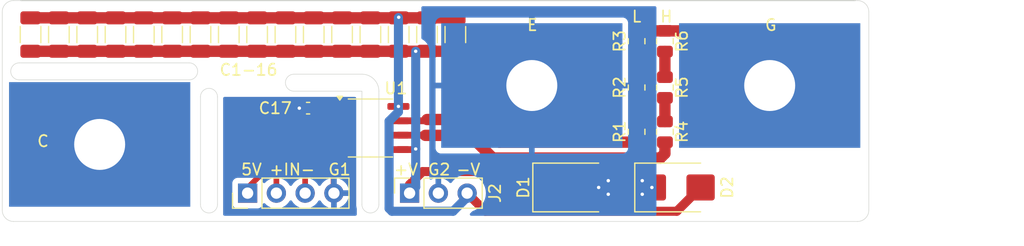
<source format=kicad_pcb>
(kicad_pcb (version 20240108) (generator "pcbnew") (generator_version "8.0")
  (layers (0 "F.Cu" signal) (31 "B.Cu" signal) (34 "B.Paste" user) (35 "F.Paste" user) (36 "B.SilkS" user "B.Silkscreen") (37 "F.SilkS" user "F.Silkscreen") (38 "B.Mask" user) (39 "F.Mask" user) (44 "Edge.Cuts" user))
  (net 0 "")
  (net 1 "+15V")
  (net 2 "GND")
  (net 3 "Net-(IGBT1-Pad2)")
  (net 4 "Net-(J1-Pin_3)")
  (net 5 "VCC1")
  (net 6 "G1")
  (net 7 "Net-(J1-Pin_2)")
  (net 8 "Net-(U1-OUTL)")
  (net 9 "Net-(R1-Pad2)")
  (net 10 "Net-(R2-Pad2)")
  (net 11 "Net-(R4-Pad2)")
  (net 12 "Net-(U1-OUTH)")
  (net 13 "Net-(R5-Pad2)")
  (net 15 "-15V")
  (footprint "Capacitor_SMD:C_1206_3216Metric" (layer "F.Cu") (at 91.5 82.5 -90)
    (property "Reference" "C14" (hide yes))
    (property "Value" "10uF")
    (fp_line (start -0.711252 0.91) (end 0.711252 0.91) (stroke (width 0.12)) (layer "F.SilkS"))
    (fp_line (start -0.711252 -0.91) (end 0.711252 -0.91) (stroke (width 0.12)) (layer "F.SilkS"))
    (pad "1" smd roundrect (at -1.475 0 270) (size 1.15 1.8) (layers "F.Cu" "F.Paste" "F.Mask") (roundrect_rratio 0.217391) (net 15 "-15V"))
    (pad "2" smd roundrect (at 1.475 0 270) (size 1.15 1.8) (layers "F.Cu" "F.Paste" "F.Mask") (roundrect_rratio 0.217391) (net 1 "+15V"))
  )
  (footprint "Resistor_SMD:R_0805_2012Metric" (layer "F.Cu") (at 145 91.0875 90)
    (property "Reference" "R4" (at 0 1.5 -90) (layer "F.SilkS"))
    (property "Value" "1")
    (fp_line (start -0.227064 -0.735) (end 0.227064 -0.735) (stroke (width 0.12)) (layer "F.SilkS"))
    (fp_line (start -0.227064 0.735) (end 0.227064 0.735) (stroke (width 0.12)) (layer "F.SilkS"))
    (pad "1" smd roundrect (at -0.9125 0 90) (size 1.025 1.4) (layers "F.Cu" "F.Paste" "F.Mask") (roundrect_rratio 0.243902) (net 12 "Net-(U1-OUTH)"))
    (pad "2" smd roundrect (at 0.9125 0 90) (size 1.025 1.4) (layers "F.Cu" "F.Paste" "F.Mask") (roundrect_rratio 0.243902) (net 11 "Net-(R4-Pad2)"))
  )
  (footprint "Capacitor_SMD:C_1206_3216Metric" (layer "F.Cu") (at 99 82.5 -90)
    (property "Reference" "C12" (hide yes))
    (property "Value" "10uF")
    (fp_line (start -0.711252 0.91) (end 0.711252 0.91) (stroke (width 0.12)) (layer "F.SilkS"))
    (fp_line (start -0.711252 -0.91) (end 0.711252 -0.91) (stroke (width 0.12)) (layer "F.SilkS"))
    (pad "1" smd roundrect (at -1.475 0 270) (size 1.15 1.8) (layers "F.Cu" "F.Paste" "F.Mask") (roundrect_rratio 0.217391) (net 15 "-15V"))
    (pad "2" smd roundrect (at 1.475 0 270) (size 1.15 1.8) (layers "F.Cu" "F.Paste" "F.Mask") (roundrect_rratio 0.217391) (net 1 "+15V"))
  )
  (footprint "Capacitor_SMD:C_1206_3216Metric" (layer "F.Cu") (at 106.5 82.5 -90)
    (property "Reference" "C9" (hide yes))
    (property "Value" "10uF")
    (fp_line (start -0.711252 0.91) (end 0.711252 0.91) (stroke (width 0.12)) (layer "F.SilkS"))
    (fp_line (start -0.711252 -0.91) (end 0.711252 -0.91) (stroke (width 0.12)) (layer "F.SilkS"))
    (pad "1" smd roundrect (at -1.475 0 270) (size 1.15 1.8) (layers "F.Cu" "F.Paste" "F.Mask") (roundrect_rratio 0.217391) (net 15 "-15V"))
    (pad "2" smd roundrect (at 1.475 0 270) (size 1.15 1.8) (layers "F.Cu" "F.Paste" "F.Mask") (roundrect_rratio 0.217391) (net 1 "+15V"))
  )
  (footprint "Capacitor_SMD:C_1206_3216Metric" (layer "F.Cu") (at 104 82.5 -90)
    (property "Reference" "C10" (hide yes))
    (property "Value" "10uF")
    (fp_line (start -0.711252 0.91) (end 0.711252 0.91) (stroke (width 0.12)) (layer "F.SilkS"))
    (fp_line (start -0.711252 -0.91) (end 0.711252 -0.91) (stroke (width 0.12)) (layer "F.SilkS"))
    (pad "1" smd roundrect (at -1.475 0 270) (size 1.15 1.8) (layers "F.Cu" "F.Paste" "F.Mask") (roundrect_rratio 0.217391) (net 15 "-15V"))
    (pad "2" smd roundrect (at 1.475 0 270) (size 1.15 1.8) (layers "F.Cu" "F.Paste" "F.Mask") (roundrect_rratio 0.217391) (net 1 "+15V"))
  )
  (footprint "Diode_SMD:D_SMB" (layer "F.Cu") (at 146 96)
    (property "Reference" "D2" (at 4.5 0 90) (layer "F.SilkS"))
    (property "Value" "CZRB5357B-HF")
    (fp_line (start -3.66 -2.15) (end -3.66 2.15) (stroke (width 0.12)) (layer "F.SilkS"))
    (fp_line (start -3.66 -2.15) (end 2.15 -2.15) (stroke (width 0.12)) (layer "F.SilkS"))
    (fp_line (start -3.66 2.15) (end 2.15 2.15) (stroke (width 0.12)) (layer "F.SilkS"))
    (pad "1" smd roundrect (at -2.15 0) (size 2.5 2.3) (layers "F.Cu" "F.Paste" "F.Mask") (roundrect_rratio 0.1086956522) (net 2 "GND"))
    (pad "2" smd roundrect (at 2.15 0) (size 2.5 2.3) (layers "F.Cu" "F.Paste" "F.Mask") (roundrect_rratio 0.1086956522) (net 15 "-15V"))
  )
  (footprint "Resistor_SMD:R_0805_2012Metric" (layer "F.Cu") (at 145 83.0875 90)
    (property "Reference" "R6" (at 0 1.5 -90) (layer "F.SilkS"))
    (property "Value" "0.01")
    (fp_line (start -0.227064 -0.735) (end 0.227064 -0.735) (stroke (width 0.12)) (layer "F.SilkS"))
    (fp_line (start -0.227064 0.735) (end 0.227064 0.735) (stroke (width 0.12)) (layer "F.SilkS"))
    (pad "1" smd roundrect (at -0.9125 0 90) (size 1.025 1.4) (layers "F.Cu" "F.Paste" "F.Mask") (roundrect_rratio 0.243902) (net 13 "Net-(R5-Pad2)"))
    (pad "2" smd roundrect (at 0.9125 0 90) (size 1.025 1.4) (layers "F.Cu" "F.Paste" "F.Mask") (roundrect_rratio 0.243902) (net 3 "Net-(IGBT1-Pad2)"))
  )
  (footprint "Capacitor_SMD:C_1206_3216Metric" (layer "F.Cu") (at 121.5 82.5 -90)
    (property "Reference" "C3" (hide yes))
    (property "Value" "10uF")
    (fp_line (start -0.711252 0.91) (end 0.711252 0.91) (stroke (width 0.12)) (layer "F.SilkS"))
    (fp_line (start -0.711252 -0.91) (end 0.711252 -0.91) (stroke (width 0.12)) (layer "F.SilkS"))
    (pad "1" smd roundrect (at -1.475 0 270) (size 1.15 1.8) (layers "F.Cu" "F.Paste" "F.Mask") (roundrect_rratio 0.217391) (net 15 "-15V"))
    (pad "2" smd roundrect (at 1.475 0 270) (size 1.15 1.8) (layers "F.Cu" "F.Paste" "F.Mask") (roundrect_rratio 0.217391) (net 1 "+15V"))
  )
  (footprint "Capacitor_SMD:C_1206_3216Metric" (layer "F.Cu") (at 114 82.5 -90)
    (property "Reference" "C6" (hide yes))
    (property "Value" "10uF")
    (fp_line (start -0.711252 0.91) (end 0.711252 0.91) (stroke (width 0.12)) (layer "F.SilkS"))
    (fp_line (start -0.711252 -0.91) (end 0.711252 -0.91) (stroke (width 0.12)) (layer "F.SilkS"))
    (pad "1" smd roundrect (at -1.475 0 270) (size 1.15 1.8) (layers "F.Cu" "F.Paste" "F.Mask") (roundrect_rratio 0.217391) (net 15 "-15V"))
    (pad "2" smd roundrect (at 1.475 0 270) (size 1.15 1.8) (layers "F.Cu" "F.Paste" "F.Mask") (roundrect_rratio 0.217391) (net 1 "+15V"))
  )
  (footprint "Capacitor_SMD:C_1206_3216Metric" (layer "F.Cu") (at 124 82.5 -90)
    (property "Reference" "C2" (hide yes))
    (property "Value" "10uF")
    (fp_line (start -0.711252 0.91) (end 0.711252 0.91) (stroke (width 0.12)) (layer "F.SilkS"))
    (fp_line (start -0.711252 -0.91) (end 0.711252 -0.91) (stroke (width 0.12)) (layer "F.SilkS"))
    (pad "1" smd roundrect (at -1.475 0 270) (size 1.15 1.8) (layers "F.Cu" "F.Paste" "F.Mask") (roundrect_rratio 0.217391) (net 15 "-15V"))
    (pad "2" smd roundrect (at 1.475 0 270) (size 1.15 1.8) (layers "F.Cu" "F.Paste" "F.Mask") (roundrect_rratio 0.217391) (net 1 "+15V"))
  )
  (footprint "Diode_SMD:D_SMB" (layer "F.Cu") (at 137 96)
    (property "Reference" "D1" (at -4.5 0 90) (layer "F.SilkS"))
    (property "Value" "CZRB5357B-HF")
    (fp_line (start -3.66 -2.15) (end -3.66 2.15) (stroke (width 0.12)) (layer "F.SilkS"))
    (fp_line (start -3.66 -2.15) (end 2.15 -2.15) (stroke (width 0.12)) (layer "F.SilkS"))
    (fp_line (start -3.66 2.15) (end 2.15 2.15) (stroke (width 0.12)) (layer "F.SilkS"))
    (pad "1" smd roundrect (at -2.15 0) (size 2.5 2.3) (layers "F.Cu" "F.Paste" "F.Mask") (roundrect_rratio 0.1086956522) (net 1 "+15V"))
    (pad "2" smd roundrect (at 2.15 0) (size 2.5 2.3) (layers "F.Cu" "F.Paste" "F.Mask") (roundrect_rratio 0.1086956522) (net 2 "GND"))
  )
  (footprint "Capacitor_SMD:C_1206_3216Metric" (layer "F.Cu") (at 119 82.5 -90)
    (property "Reference" "C4" (hide yes))
    (property "Value" "10uF")
    (fp_line (start -0.711252 0.91) (end 0.711252 0.91) (stroke (width 0.12)) (layer "F.SilkS"))
    (fp_line (start -0.711252 -0.91) (end 0.711252 -0.91) (stroke (width 0.12)) (layer "F.SilkS"))
    (pad "1" smd roundrect (at -1.475 0 270) (size 1.15 1.8) (layers "F.Cu" "F.Paste" "F.Mask") (roundrect_rratio 0.217391) (net 15 "-15V"))
    (pad "2" smd roundrect (at 1.475 0 270) (size 1.15 1.8) (layers "F.Cu" "F.Paste" "F.Mask") (roundrect_rratio 0.217391) (net 1 "+15V"))
  )
  (footprint "Resistor_SMD:R_0805_2012Metric" (layer "F.Cu") (at 142.5 87.175 90)
    (property "Reference" "R2" (at 0 -1.5 -90) (layer "F.SilkS"))
    (property "Value" "0.1")
    (fp_line (start -0.227064 -0.735) (end 0.227064 -0.735) (stroke (width 0.12)) (layer "F.SilkS"))
    (fp_line (start -0.227064 0.735) (end 0.227064 0.735) (stroke (width 0.12)) (layer "F.SilkS"))
    (pad "1" smd roundrect (at -0.9125 0 90) (size 1.025 1.4) (layers "F.Cu" "F.Paste" "F.Mask") (roundrect_rratio 0.243902) (net 9 "Net-(R1-Pad2)"))
    (pad "2" smd roundrect (at 0.9125 0 90) (size 1.025 1.4) (layers "F.Cu" "F.Paste" "F.Mask") (roundrect_rratio 0.243902) (net 10 "Net-(R2-Pad2)"))
  )
  (footprint "Capacitor_SMD:C_1206_3216Metric" (layer "F.Cu") (at 89 82.5 -90)
    (property "Reference" "C15" (hide yes))
    (property "Value" "10uF")
    (fp_line (start -0.711252 0.91) (end 0.711252 0.91) (stroke (width 0.12)) (layer "F.SilkS"))
    (fp_line (start -0.711252 -0.91) (end 0.711252 -0.91) (stroke (width 0.12)) (layer "F.SilkS"))
    (pad "1" smd roundrect (at -1.475 0 270) (size 1.15 1.8) (layers "F.Cu" "F.Paste" "F.Mask") (roundrect_rratio 0.217391) (net 15 "-15V"))
    (pad "2" smd roundrect (at 1.475 0 270) (size 1.15 1.8) (layers "F.Cu" "F.Paste" "F.Mask") (roundrect_rratio 0.217391) (net 1 "+15V"))
  )
  (footprint "Resistor_SMD:R_0805_2012Metric" (layer "F.Cu") (at 145 87.175 90)
    (property "Reference" "R5" (at 0 1.5 -90) (layer "F.SilkS"))
    (property "Value" "0.1")
    (fp_line (start -0.227064 -0.735) (end 0.227064 -0.735) (stroke (width 0.12)) (layer "F.SilkS"))
    (fp_line (start -0.227064 0.735) (end 0.227064 0.735) (stroke (width 0.12)) (layer "F.SilkS"))
    (pad "1" smd roundrect (at -0.9125 0 90) (size 1.025 1.4) (layers "F.Cu" "F.Paste" "F.Mask") (roundrect_rratio 0.243902) (net 11 "Net-(R4-Pad2)"))
    (pad "2" smd roundrect (at 0.9125 0 90) (size 1.025 1.4) (layers "F.Cu" "F.Paste" "F.Mask") (roundrect_rratio 0.243902) (net 13 "Net-(R5-Pad2)"))
  )
  (footprint "Resistor_SMD:R_0805_2012Metric" (layer "F.Cu") (at 142.5 91.0875 90)
    (property "Reference" "R1" (at 0 -1.5 -90) (layer "F.SilkS"))
    (property "Value" "1")
    (fp_line (start -0.227064 -0.735) (end 0.227064 -0.735) (stroke (width 0.12)) (layer "F.SilkS"))
    (fp_line (start -0.227064 0.735) (end 0.227064 0.735) (stroke (width 0.12)) (layer "F.SilkS"))
    (pad "1" smd roundrect (at -0.9125 0 90) (size 1.025 1.4) (layers "F.Cu" "F.Paste" "F.Mask") (roundrect_rratio 0.243902) (net 8 "Net-(U1-OUTL)"))
    (pad "2" smd roundrect (at 0.9125 0 90) (size 1.025 1.4) (layers "F.Cu" "F.Paste" "F.Mask") (roundrect_rratio 0.243902) (net 9 "Net-(R1-Pad2)"))
  )
  (footprint "Package_SO:SOIC-8_3.9x4.9mm_P1.27mm" (layer "F.Cu") (at 119 90.75)
    (property "Reference" "U1" (at 2.25 -3.5 0) (layer "F.SilkS"))
    (property "Value" "UCC5390SCDR")
    (fp_line (start 0 -2.56) (end -1.95 -2.56) (stroke (width 0.12)) (layer "F.SilkS"))
    (fp_line (start 0 -2.56) (end 1.95 -2.56) (stroke (width 0.12)) (layer "F.SilkS"))
    (fp_line (start 0 2.56) (end -1.95 2.56) (stroke (width 0.12)) (layer "F.SilkS"))
    (fp_line (start 0 2.56) (end 1.95 2.56) (stroke (width 0.12)) (layer "F.SilkS"))
    (fp_poly (pts (xy -2.7 -2.465) (xy -2.94 -2.795) (xy -2.46 -2.795) (xy -2.7 -2.465)) (stroke (width 0.12)) (fill solid) (layer "F.SilkS"))
    (pad "1" smd roundrect (at -2.475 -1.905) (size 1.95 0.6) (layers "F.Cu" "F.Paste" "F.Mask") (net 5 "VCC1"))
    (pad "2" smd roundrect (at -2.475 -0.635) (size 1.95 0.6) (layers "F.Cu" "F.Paste" "F.Mask") (net 7 "Net-(J1-Pin_2)"))
    (pad "3" smd roundrect (at -2.475 0.635) (size 1.95 0.6) (layers "F.Cu" "F.Paste" "F.Mask") (net 4 "Net-(J1-Pin_3)"))
    (pad "4" smd roundrect (at -2.475 1.905) (size 1.95 0.6) (layers "F.Cu" "F.Paste" "F.Mask") (net 6 "G1"))
    (pad "5" smd roundrect (at 2.475 1.905) (size 1.95 0.6) (layers "F.Cu" "F.Paste" "F.Mask") (net 1 "+15V"))
    (pad "6" smd roundrect (at 2.475 0.635) (size 1.95 0.6) (layers "F.Cu" "F.Paste" "F.Mask") (net 12 "Net-(U1-OUTH)"))
    (pad "7" smd roundrect (at 2.475 -0.635) (size 1.95 0.6) (layers "F.Cu" "F.Paste" "F.Mask") (net 8 "Net-(U1-OUTL)"))
    (pad "8" smd roundrect (at 2.475 -1.905) (size 1.95 0.6) (layers "F.Cu" "F.Paste" "F.Mask") (net 15 "-15V"))
  )
  (footprint "Capacitor_SMD:C_1206_3216Metric" (layer "F.Cu") (at 126.5 82.5 -90)
    (property "Reference" "C1" (hide yes))
    (property "Value" "10uF")
    (fp_line (start -0.711252 0.91) (end 0.711252 0.91) (stroke (width 0.12)) (layer "F.SilkS"))
    (fp_line (start -0.711252 -0.91) (end 0.711252 -0.91) (stroke (width 0.12)) (layer "F.SilkS"))
    (pad "1" smd roundrect (at -1.475 0 270) (size 1.15 1.8) (layers "F.Cu" "F.Paste" "F.Mask") (roundrect_rratio 0.217391) (net 15 "-15V"))
    (pad "2" smd roundrect (at 1.475 0 270) (size 1.15 1.8) (layers "F.Cu" "F.Paste" "F.Mask") (roundrect_rratio 0.217391) (net 1 "+15V"))
  )
  (footprint "Capacitor_SMD:C_1206_3216Metric" (layer "F.Cu") (at 94 82.5 -90)
    (property "Reference" "C16" (hide yes))
    (property "Value" "10uF")
    (fp_line (start -0.711252 0.91) (end 0.711252 0.91) (stroke (width 0.12)) (layer "F.SilkS"))
    (fp_line (start -0.711252 -0.91) (end 0.711252 -0.91) (stroke (width 0.12)) (layer "F.SilkS"))
    (pad "1" smd roundrect (at -1.475 0 270) (size 1.15 1.8) (layers "F.Cu" "F.Paste" "F.Mask") (roundrect_rratio 0.217391) (net 15 "-15V"))
    (pad "2" smd roundrect (at 1.475 0 270) (size 1.15 1.8) (layers "F.Cu" "F.Paste" "F.Mask") (roundrect_rratio 0.217391) (net 1 "+15V"))
  )
  (footprint "Capacitor_SMD:C_0603_1608Metric" (layer "F.Cu") (at 113.5 89)
    (property "Reference" "C17" (at -2.9 0 0) (layer "F.SilkS"))
    (property "Value" "100nF")
    (fp_line (start -0.14058 -0.51) (end 0.14058 -0.51) (stroke (width 0.12)) (layer "F.SilkS"))
    (fp_line (start -0.14058 0.51) (end 0.14058 0.51) (stroke (width 0.12)) (layer "F.SilkS"))
    (pad "1" smd roundrect (at -0.775 0) (size 0.9 0.95) (layers "F.Cu" "F.Paste" "F.Mask") (net 6 "G1"))
    (pad "2" smd roundrect (at 0.775 0) (size 0.9 0.95) (layers "F.Cu" "F.Paste" "F.Mask") (net 5 "VCC1"))
  )
  (footprint "Connector_PinHeader_2.54mm:PinHeader_1x04_P2.54mm_Vertical" (layer "F.Cu") (at 108.16 96.5 90)
    (property "Reference" "J1" (hide yes))
    (property "Value" "Conn_01x04")
    (fp_line (start -1.33 -1.33) (end 0 -1.33) (stroke (width 0.12)) (layer "F.SilkS"))
    (fp_line (start -1.33 0) (end -1.33 -1.33) (stroke (width 0.12)) (layer "F.SilkS"))
    (fp_line (start 1.33 1.27) (end 1.33 8.95) (stroke (width 0.12)) (layer "F.SilkS"))
    (fp_line (start -1.33 1.27) (end 1.33 1.27) (stroke (width 0.12)) (layer "F.SilkS"))
    (fp_line (start -1.33 1.27) (end -1.33 8.95) (stroke (width 0.12)) (layer "F.SilkS"))
    (fp_line (start -1.33 8.95) (end 1.33 8.95) (stroke (width 0.12)) (layer "F.SilkS"))
    (pad "1" thru_hole rect (at 0 0 90) (size 1.7 1.7) (drill 1) (layers "*.Cu" "*.Mask") (net 5 "VCC1"))
    (pad "2" thru_hole oval (at 0 2.54 90) (size 1.7 1.7) (drill 1) (layers "*.Cu" "*.Mask") (net 7 "Net-(J1-Pin_2)"))
    (pad "3" thru_hole oval (at 0 5.08 90) (size 1.7 1.7) (drill 1) (layers "*.Cu" "*.Mask") (net 4 "Net-(J1-Pin_3)"))
    (pad "4" thru_hole oval (at 0 7.62 90) (size 1.7 1.7) (drill 1) (layers "*.Cu" "*.Mask") (net 6 "G1"))
  )
  (footprint "Capacitor_SMD:C_1206_3216Metric" (layer "F.Cu") (at 116.5 82.5 -90)
    (property "Reference" "C5" (hide yes))
    (property "Value" "10uF")
    (fp_line (start -0.711252 0.91) (end 0.711252 0.91) (stroke (width 0.12)) (layer "F.SilkS"))
    (fp_line (start -0.711252 -0.91) (end 0.711252 -0.91) (stroke (width 0.12)) (layer "F.SilkS"))
    (pad "1" smd roundrect (at -1.475 0 270) (size 1.15 1.8) (layers "F.Cu" "F.Paste" "F.Mask") (roundrect_rratio 0.217391) (net 15 "-15V"))
    (pad "2" smd roundrect (at 1.475 0 270) (size 1.15 1.8) (layers "F.Cu" "F.Paste" "F.Mask") (roundrect_rratio 0.217391) (net 1 "+15V"))
  )
  (footprint "Capacitor_SMD:C_1206_3216Metric" (layer "F.Cu") (at 111.5 82.5 -90)
    (property "Reference" "C7" (hide yes))
    (property "Value" "10uF")
    (fp_line (start -0.711252 0.91) (end 0.711252 0.91) (stroke (width 0.12)) (layer "F.SilkS"))
    (fp_line (start -0.711252 -0.91) (end 0.711252 -0.91) (stroke (width 0.12)) (layer "F.SilkS"))
    (pad "1" smd roundrect (at -1.475 0 270) (size 1.15 1.8) (layers "F.Cu" "F.Paste" "F.Mask") (roundrect_rratio 0.217391) (net 15 "-15V"))
    (pad "2" smd roundrect (at 1.475 0 270) (size 1.15 1.8) (layers "F.Cu" "F.Paste" "F.Mask") (roundrect_rratio 0.217391) (net 1 "+15V"))
  )
  (footprint "tom_footlib:IHM-B" (layer "F.Cu") (at 174.5 87)
    (property "Reference" "IGBT1" (hide yes))
    (property "Value" "~")
    (fp_line (start -86.36 -7.5) (end -12.7 -7.5) (stroke (width 0.1)) (layer "Edge.Cuts"))
    (pad "1" thru_hole circle (at -41.25 0) (size 8 8) (drill 4.5) (layers "*.Cu" "*.Mask") (net 2 "GND"))
    (pad "1" smd rect (at -41.25 0) (size 16 11) (layers "B.Cu" "B.Paste" "B.Mask") (net 2 "GND"))
    (pad "2" thru_hole circle (at -20.25 0) (size 8 8) (drill 4.5) (layers "*.Cu" "*.Mask") (net 3 "Net-(IGBT1-Pad2)"))
    (pad "2" smd rect (at -20.25 0) (size 16 11) (layers "B.Cu" "B.Paste" "B.Mask") (net 3 "Net-(IGBT1-Pad2)"))
    (pad "3" thru_hole circle (at -79.4 5.2) (size 8 8) (drill 4.5) (layers "*.Cu" "*.Mask"))
    (pad "3" smd rect (at -79.4 5.2) (size 16 11) (layers "B.Cu" "B.Paste" "B.Mask"))
  )
  (footprint "Resistor_SMD:R_0805_2012Metric" (layer "F.Cu") (at 142.5 83.0875 90)
    (property "Reference" "R3" (at 0 -1.5 -90) (layer "F.SilkS"))
    (property "Value" "0.01")
    (fp_line (start -0.227064 -0.735) (end 0.227064 -0.735) (stroke (width 0.12)) (layer "F.SilkS"))
    (fp_line (start -0.227064 0.735) (end 0.227064 0.735) (stroke (width 0.12)) (layer "F.SilkS"))
    (pad "1" smd roundrect (at -0.9125 0 90) (size 1.025 1.4) (layers "F.Cu" "F.Paste" "F.Mask") (roundrect_rratio 0.243902) (net 10 "Net-(R2-Pad2)"))
    (pad "2" smd roundrect (at 0.9125 0 90) (size 1.025 1.4) (layers "F.Cu" "F.Paste" "F.Mask") (roundrect_rratio 0.243902) (net 3 "Net-(IGBT1-Pad2)"))
  )
  (footprint "Connector_PinSocket_2.54mm:PinSocket_1x03_P2.54mm_Vertical" (layer "F.Cu") (at 122.46 96.5 90)
    (property "Reference" "J2" (at 0 7.54 -90) (layer "F.SilkS"))
    (property "Value" "Conn_01x03")
    (fp_line (start 1.33 -1.33) (end 1.33 0) (stroke (width 0.12)) (layer "F.SilkS"))
    (fp_line (start 0 -1.33) (end 1.33 -1.33) (stroke (width 0.12)) (layer "F.SilkS"))
    (fp_line (start 1.33 1.27) (end 1.33 6.41) (stroke (width 0.12)) (layer "F.SilkS"))
    (fp_line (start -1.33 1.27) (end 1.33 1.27) (stroke (width 0.12)) (layer "F.SilkS"))
    (fp_line (start -1.33 1.27) (end -1.33 6.41) (stroke (width 0.12)) (layer "F.SilkS"))
    (fp_line (start -1.33 6.41) (end 1.33 6.41) (stroke (width 0.12)) (layer "F.SilkS"))
    (pad "1" thru_hole rect (at 0 0 90) (size 1.7 1.7) (drill 1) (layers "*.Cu" "*.Mask") (net 1 "+15V"))
    (pad "2" thru_hole oval (at 0 2.54 90) (size 1.7 1.7) (drill 1) (layers "*.Cu" "*.Mask") (net 2 "GND"))
    (pad "3" thru_hole oval (at 0 5.08 90) (size 1.7 1.7) (drill 1) (layers "*.Cu" "*.Mask") (net 15 "-15V"))
  )
  (footprint "Capacitor_SMD:C_1206_3216Metric" (layer "F.Cu") (at 109 82.5 -90)
    (property "Reference" "C8" (hide yes))
    (property "Value" "10uF")
    (fp_line (start -0.711252 0.91) (end 0.711252 0.91) (stroke (width 0.12)) (layer "F.SilkS"))
    (fp_line (start -0.711252 -0.91) (end 0.711252 -0.91) (stroke (width 0.12)) (layer "F.SilkS"))
    (pad "1" smd roundrect (at -1.475 0 270) (size 1.15 1.8) (layers "F.Cu" "F.Paste" "F.Mask") (roundrect_rratio 0.217391) (net 15 "-15V"))
    (pad "2" smd roundrect (at 1.475 0 270) (size 1.15 1.8) (layers "F.Cu" "F.Paste" "F.Mask") (roundrect_rratio 0.217391) (net 1 "+15V"))
  )
  (footprint "Capacitor_SMD:C_1206_3216Metric" (layer "F.Cu") (at 96.5 82.5 -90)
    (property "Reference" "C13" (hide yes))
    (property "Value" "10uF")
    (fp_line (start -0.711252 0.91) (end 0.711252 0.91) (stroke (width 0.12)) (layer "F.SilkS"))
    (fp_line (start -0.711252 -0.91) (end 0.711252 -0.91) (stroke (width 0.12)) (layer "F.SilkS"))
    (pad "1" smd roundrect (at -1.475 0 270) (size 1.15 1.8) (layers "F.Cu" "F.Paste" "F.Mask") (roundrect_rratio 0.217391) (net 15 "-15V"))
    (pad "2" smd roundrect (at 1.475 0 270) (size 1.15 1.8) (layers "F.Cu" "F.Paste" "F.Mask") (roundrect_rratio 0.217391) (net 1 "+15V"))
  )
  (footprint "Capacitor_SMD:C_1206_3216Metric" (layer "F.Cu") (at 101.5 82.5 -90)
    (property "Reference" "C11" (hide yes))
    (property "Value" "10uF")
    (fp_line (start -0.711252 0.91) (end 0.711252 0.91) (stroke (width 0.12)) (layer "F.SilkS"))
    (fp_line (start -0.711252 -0.91) (end 0.711252 -0.91) (stroke (width 0.12)) (layer "F.SilkS"))
    (pad "1" smd roundrect (at -1.475 0 270) (size 1.15 1.8) (layers "F.Cu" "F.Paste" "F.Mask") (roundrect_rratio 0.217391) (net 15 "-15V"))
    (pad "2" smd roundrect (at 1.475 0 270) (size 1.15 1.8) (layers "F.Cu" "F.Paste" "F.Mask") (roundrect_rratio 0.217391) (net 1 "+15V"))
  )
  (gr_arc (start 119.75 97.5) (mid 119 98.25) (end 118.25 97.5) (stroke (width 0.05)) (layer "Edge.Cuts"))
  (gr_arc (start 105.5 97.5) (mid 104.75 98.25) (end 104 97.5) (stroke (width 0.05)) (layer "Edge.Cuts"))
  (gr_line (start 105.5 88) (end 105.5 97.5) (stroke (width 0.05)) (layer "Edge.Cuts"))
  (gr_line (start 88.14 79.5) (end 87.5 79.5) (stroke (width 0.05)) (layer "Edge.Cuts"))
  (gr_line (start 163 98) (end 163 80.5) (stroke (width 0.05)) (layer "Edge.Cuts"))
  (gr_arc (start 118.25 86) (mid 119.31066 86.43934) (end 119.75 87.5) (stroke (width 0.05)) (layer "Edge.Cuts"))
  (gr_line (start 118.25 87.5) (end 118.25 97.5) (stroke (width 0.05)) (layer "Edge.Cuts"))
  (gr_line (start 118.25 86) (end 112.25 86) (stroke (width 0.05)) (layer "Edge.Cuts"))
  (gr_line (start 87.5 99) (end 162 99) (stroke (width 0.05)) (layer "Edge.Cuts"))
  (gr_line (start 86.5 80.5) (end 86.5 98) (stroke (width 0.05)) (layer "Edge.Cuts"))
  (gr_line (start 88 85) (end 103 85) (stroke (width 0.05)) (layer "Edge.Cuts"))
  (gr_arc (start 88 86.5) (mid 87.25 85.75) (end 88 85) (stroke (width 0.05)) (layer "Edge.Cuts"))
  (gr_arc (start 104 88) (mid 104.75 87.25) (end 105.5 88) (stroke (width 0.05)) (layer "Edge.Cuts"))
  (gr_line (start 162 79.5) (end 161.8 79.5) (stroke (width 0.05)) (layer "Edge.Cuts"))
  (gr_line (start 88 86.5) (end 103 86.5) (stroke (width 0.05)) (layer "Edge.Cuts"))
  (gr_arc (start 112.25 87.5) (mid 111.5 86.75) (end 112.25 86) (stroke (width 0.05)) (layer "Edge.Cuts"))
  (gr_line (start 119.75 87.5) (end 119.75 97.5) (stroke (width 0.05)) (layer "Edge.Cuts"))
  (gr_arc (start 86.5 80.5) (mid 86.792893 79.792893) (end 87.5 79.5) (stroke (width 0.05)) (layer "Edge.Cuts"))
  (gr_line (start 104 88) (end 104 97.5) (stroke (width 0.05)) (layer "Edge.Cuts"))
  (gr_arc (start 87.5 99) (mid 86.792893 98.707107) (end 86.5 98) (stroke (width 0.05)) (layer "Edge.Cuts"))
  (gr_arc (start 162 79.5) (mid 162.707107 79.792893) (end 163 80.5) (stroke (width 0.05)) (layer "Edge.Cuts"))
  (gr_arc (start 163 98) (mid 162.707107 98.707107) (end 162 99) (stroke (width 0.05)) (layer "Edge.Cuts"))
  (gr_line (start 112.25 87.5) (end 118.25 87.5) (stroke (width 0.05)) (layer "Edge.Cuts"))
  (gr_arc (start 103 85) (mid 103.75 85.75) (end 103 86.5) (stroke (width 0.05)) (layer "Edge.Cuts"))
  (gr_text "+V" (at 121 95 0) (layer "F.SilkS") (effects (font (size 1 1)) (justify left bottom)))
  (gr_text "H" (at 144.5 81.5 0) (layer "F.SilkS") (effects (font (size 1 1)) (justify left bottom)))
  (gr_text "+IN-" (at 110 95 0) (layer "F.SilkS") (effects (font (size 1 1)) (justify left bottom)))
  (gr_text "G1" (at 115.2 95 0) (layer "F.SilkS") (effects (font (size 1 1)) (justify left bottom)))
  (gr_text "G" (at 153.75 82.25 0) (layer "F.SilkS") (effects (font (size 1 1)) (justify left bottom)))
  (gr_text "G2" (at 124 95 0) (layer "F.SilkS") (effects (font (size 1 1)) (justify left bottom)))
  (gr_text "C1-16" (at 105.6 86.2 0) (layer "F.SilkS") (effects (font (size 1 1)) (justify left bottom)))
  (gr_text "C" (at 89.5 92.5 0) (layer "F.SilkS") (effects (font (size 1 1)) (justify left bottom)))
  (gr_text "L" (at 142 81.5 0) (layer "F.SilkS") (effects (font (size 1 1)) (justify left bottom)))
  (gr_text "5V" (at 107.5 95 0) (layer "F.SilkS") (effects (font (size 1 1)) (justify left bottom)))
  (gr_text "E" (at 132.75 82.25 0) (layer "F.SilkS") (effects (font (size 1 1)) (justify left bottom)))
  (gr_text "-V" (at 126.5 95 0) (layer "F.SilkS") (effects (font (size 1 1)) (justify left bottom)))
  (segment (start 130 96) (end 128.6 94.6) (width 0.8) (layer "F.Cu") (net 1))
  (segment (start 134.85 96) (end 130 96) (width 0.8) (layer "F.Cu") (net 1))
  (segment (start 122.46 95.74) (end 122.46 96.5) (width 0.8) (layer "F.Cu") (net 1))
  (segment (start 89 83.975) (end 126.5 83.975) (width 1) (layer "F.Cu") (net 1))
  (segment (start 122.945 92.655) (end 123 92.6) (width 0.6) (layer "F.Cu") (net 1))
  (segment (start 121.475 92.655) (end 122.945 92.655) (width 0.6) (layer "F.Cu") (net 1))
  (segment (start 128.6 94.6) (end 123.6 94.6) (width 0.8) (layer "F.Cu") (net 1))
  (segment (start 123.6 94.6) (end 122.46 95.74) (width 0.8) (layer "F.Cu") (net 1))
  (via (at 123 83.975) (size 0.6) (drill 0.3) (layers "F.Cu" "B.Cu") (net 1))
  (via (at 123 92.6) (size 0.5) (drill 0.3) (layers "F.Cu" "B.Cu") (net 1))
  (segment (start 123 95.96) (end 122.46 96.5) (width 0.8) (layer "B.Cu") (net 1))
  (segment (start 123 83.975) (end 123 92.6) (width 0.8) (layer "B.Cu") (net 1))
  (segment (start 123 92.6) (end 123 95.96) (width 0.8) (layer "B.Cu") (net 1))
  (via (at 143 96.6) (size 0.5) (drill 0.3) (layers "F.Cu" "B.Cu") (net 2))
  (via (at 139.15 96) (size 0.5) (drill 0.3) (layers "F.Cu" "B.Cu") (net 2))
  (via (at 143.85 96) (size 0.5) (drill 0.3) (layers "F.Cu" "B.Cu") (net 2))
  (via (at 143 95.4) (size 0.5) (drill 0.3) (layers "F.Cu" "B.Cu") (net 2))
  (via (at 140 95.4) (size 0.5) (drill 0.3) (layers "F.Cu" "B.Cu") (net 2))
  (via (at 140 96.6) (size 0.5) (drill 0.3) (layers "F.Cu" "B.Cu") (net 2))
  (segment (start 142.5 82.175) (end 145 82.175) (width 1) (layer "F.Cu") (net 3))
  (segment (start 154.25 87) (end 149.425 82.175) (width 1) (layer "F.Cu") (net 3))
  (segment (start 145 82.175) (end 149.425 82.175) (width 1) (layer "F.Cu") (net 3))
  (segment (start 113.24 96.54) (end 113.24 97) (width 0.5) (layer "F.Cu") (net 4))
  (segment (start 113.24 93.76) (end 113.24 96.5) (width 0.5) (layer "F.Cu") (net 4))
  (segment (start 115.615 91.385) (end 113.24 93.76) (width 0.5) (layer "F.Cu") (net 4))
  (segment (start 116.525 91.385) (end 115.615 91.385) (width 0.5) (layer "F.Cu") (net 4))
  (segment (start 114.275 89.925) (end 108.16 96.04) (width 0.5) (layer "F.Cu") (net 5))
  (segment (start 114.275 89) (end 114.275 89.925) (width 0.5) (layer "F.Cu") (net 5))
  (segment (start 116.525 88.845) (end 114.43 88.845) (width 0.5) (layer "F.Cu") (net 5))
  (segment (start 114.43 88.845) (end 114.275 89) (width 0.5) (layer "F.Cu") (net 5))
  (segment (start 108.16 96.04) (end 108.16 96.5) (width 0.5) (layer "F.Cu") (net 5))
  (segment (start 108.16 96.5) (end 108.16 96.34) (width 0.5) (layer "F.Cu") (net 5))
  (segment (start 116.525 93.725) (end 115.75 94.5) (width 0.5) (layer "F.Cu") (net 6))
  (segment (start 116.525 92.905) (end 116.525 93.725) (width 0.5) (layer "F.Cu") (net 6))
  (segment (start 115.75 96.47) (end 115.78 96.5) (width 0.5) (layer "F.Cu") (net 6))
  (segment (start 115.75 94.5) (end 115.75 96.47) (width 0.5) (layer "F.Cu") (net 6))
  (via (at 112.725 89) (size 0.6) (drill 0.3) (layers "F.Cu" "B.Cu") (net 6))
  (segment (start 110.7 96.5) (end 110.7 97) (width 0.5) (layer "F.Cu") (net 7))
  (segment (start 110.7 96.5) (end 110.7 95) (width 0.5) (layer "F.Cu") (net 7))
  (segment (start 115.585 90.115) (end 116.525 90.115) (width 0.5) (layer "F.Cu") (net 7))
  (segment (start 110.7 95) (end 115.585 90.115) (width 0.5) (layer "F.Cu") (net 7))
  (segment (start 121.475 90.115) (end 123.715 90.115) (width 0.6) (layer "F.Cu") (net 8))
  (segment (start 128.4 90) (end 124 90) (width 1) (layer "F.Cu") (net 8))
  (segment (start 142.5 92) (end 130.4 92) (width 1) (layer "F.Cu") (net 8))
  (segment (start 130.4 92) (end 128.4 90) (width 1) (layer "F.Cu") (net 8))
  (segment (start 142.5 90.175) (end 142.5 88.0875) (width 1) (layer "F.Cu") (net 9))
  (segment (start 142.5 86.2625) (end 142.5 84) (width 1) (layer "F.Cu") (net 10))
  (segment (start 145 88.0875) (end 145 90.175) (width 1) (layer "F.Cu") (net 11))
  (segment (start 121.475 91.385) (end 123.635 91.385) (width 0.6) (layer "F.Cu") (net 12))
  (segment (start 127.8 91.4) (end 123.85 91.4) (width 1) (layer "F.Cu") (net 12))
  (segment (start 123.635 91.385) (end 123.75 91.5) (width 0.6) (layer "F.Cu") (net 12))
  (segment (start 144.6 93.4) (end 129.8 93.4) (width 1) (layer "F.Cu") (net 12))
  (segment (start 145 92) (end 145 93) (width 1) (layer "F.Cu") (net 12))
  (segment (start 145 93) (end 144.6 93.4) (width 1) (layer "F.Cu") (net 12))
  (segment (start 129.8 93.4) (end 127.8 91.4) (width 1) (layer "F.Cu") (net 12))
  (segment (start 145 84) (end 145 86.2625) (width 1) (layer "F.Cu") (net 13))
  (segment (start 129.14 98.1) (end 146.05 98.1) (width 0.8) (layer "F.Cu") (net 15))
  (segment (start 146.05 98.1) (end 147.65 96.5) (width 0.8) (layer "F.Cu") (net 15))
  (segment (start 127.54 96.5) (end 129.14 98.1) (width 0.8) (layer "F.Cu") (net 15))
  (segment (start 89 81.025) (end 121.45 81.025) (width 1) (layer "F.Cu") (net 15))
  (segment (start 121.5 80.975) (end 121.55 81.025) (width 1) (layer "F.Cu") (net 15))
  (segment (start 121.55 81.025) (end 126.5 81.025) (width 1) (layer "F.Cu") (net 15))
  (segment (start 121.45 81.025) (end 121.5 80.975) (width 1) (layer "F.Cu") (net 15))
  (segment (start 147.65 96.5) (end 148.65 96.5) (width 0.8) (layer "F.Cu") (net 15))
  (via (at 121.5 80.975) (size 0.6) (drill 0.3) (layers "F.Cu" "B.Cu") (net 15))
  (via (at 121.475 88.845) (size 0.6) (drill 0.3) (layers "F.Cu" "B.Cu") (net 15))
  (segment (start 120.65 97.85) (end 120.9 98.1) (width 0.8) (layer "B.Cu") (net 15))
  (segment (start 121.475 88.845) (end 121.475 89.325) (width 0.8) (layer "B.Cu") (net 15))
  (segment (start 120.9 98.1) (end 126.3 98.1) (width 0.8) (layer "B.Cu") (net 15))
  (segment (start 126.3 98.1) (end 127.54 96.86) (width 0.8) (layer "B.Cu") (net 15))
  (segment (start 127.54 96.86) (end 127.54 96.5) (width 0.8) (layer "B.Cu") (net 15))
  (segment (start 121.475 88.845) (end 121.475 81) (width 0.8) (layer "B.Cu") (net 15))
  (segment (start 121.475 89.045) (end 121.475 88.845) (width 0.5) (layer "B.Cu") (net 15))
  (segment (start 121.475 81) (end 121.5 80.975) (width 0.5) (layer "B.Cu") (net 15))
  (segment (start 121.5 89.07) (end 121.475 89.045) (width 0.5) (layer "B.Cu") (net 15))
  (segment (start 120.65 90.15) (end 120.65 97.85) (width 0.8) (layer "B.Cu") (net 15))
  (segment (start 121.475 89.325) (end 120.65 90.15) (width 0.8) (layer "B.Cu") (net 15))
  (zone (net 2) (net_name "GND") (layer "B.Cu") (connect_pads (clearance 0.8)) (min_thickness 0.25) (fill yes (thermal_gap 0.5) (thermal_bridge_width 0.5) (island_removal_mode 1) (island_area_min 10))
    (polygon (pts (xy 123.5 99) (xy 123.5 79.5) (xy 144.25 79.5) (xy 144.25 99)))
  )
  (zone (net 6) (net_name "G1") (layer "B.Cu") (priority 1) (connect_pads (clearance 0.5)) (min_thickness 0.25) (fill yes (thermal_gap 0.5) (thermal_bridge_width 0.5))
    (polygon (pts (xy 106 99) (xy 106 88) (xy 117.8 88) (xy 117.8 99)))
  )
)
</source>
